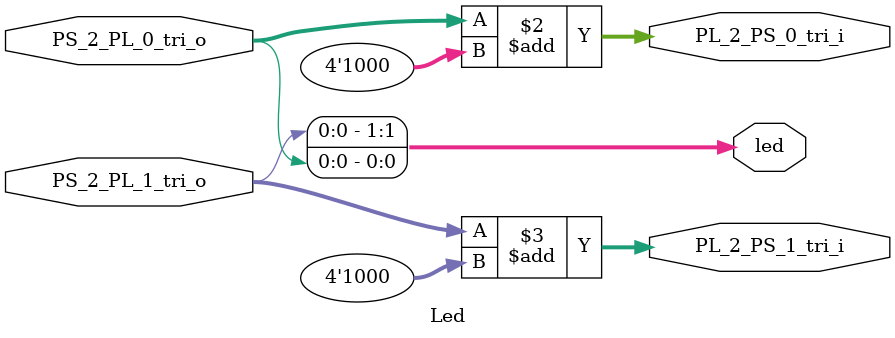
<source format=v>


module Led(
    input wire [31:0]PS_2_PL_0_tri_o,
    input wire [31:0]PS_2_PL_1_tri_o, 
    
    output reg [31:0]PL_2_PS_0_tri_i,
    output reg [31:0]PL_2_PS_1_tri_i,
    output reg [1:0] led
    );

    always @ (*) begin
        led[0] <= PS_2_PL_0_tri_o[0];
        led[1] <= PS_2_PL_1_tri_o[0];

        PL_2_PS_0_tri_i <= PS_2_PL_0_tri_o + 4'b1000;
        PL_2_PS_1_tri_i <= PS_2_PL_1_tri_o + 4'b1000;
    end
    
endmodule

</source>
